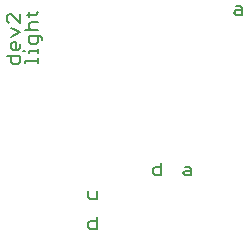
<source format=gto>
G75*
G70*
%OFA0B0*%
%FSLAX24Y24*%
%IPPOS*%
%LPD*%
%AMOC8*
5,1,8,0,0,1.08239X$1,22.5*
%
%ADD10C,0.0080*%
D10*
X008990Y000763D02*
X008990Y000903D01*
X009060Y000973D01*
X009270Y000973D01*
X009270Y001113D02*
X009270Y000693D01*
X009060Y000693D01*
X008990Y000763D01*
X009060Y001693D02*
X009270Y001693D01*
X009270Y001973D01*
X008990Y001973D02*
X008990Y001763D01*
X009060Y001693D01*
X011140Y002563D02*
X011140Y002703D01*
X011210Y002773D01*
X011420Y002773D01*
X011420Y002913D02*
X011420Y002493D01*
X011210Y002493D01*
X011140Y002563D01*
X012140Y002563D02*
X012210Y002633D01*
X012420Y002633D01*
X012420Y002703D02*
X012420Y002493D01*
X012210Y002493D01*
X012140Y002563D01*
X012350Y002773D02*
X012420Y002703D01*
X012350Y002773D02*
X012210Y002773D01*
X007310Y006243D02*
X007310Y006383D01*
X007310Y006313D02*
X006890Y006313D01*
X006890Y006243D01*
X006710Y006263D02*
X006640Y006193D01*
X006500Y006193D01*
X006430Y006263D01*
X006430Y006473D01*
X006290Y006473D02*
X006710Y006473D01*
X006710Y006263D01*
X007030Y006550D02*
X007030Y006620D01*
X007310Y006620D01*
X007310Y006550D02*
X007310Y006690D01*
X007240Y006857D02*
X007100Y006857D01*
X007030Y006927D01*
X007030Y007137D01*
X007380Y007137D01*
X007450Y007067D01*
X007450Y006997D01*
X007310Y006927D02*
X007310Y007137D01*
X007310Y007317D02*
X006890Y007317D01*
X007030Y007387D02*
X007030Y007527D01*
X007100Y007597D01*
X007310Y007597D01*
X007030Y007777D02*
X007030Y007917D01*
X006960Y007847D02*
X007240Y007847D01*
X007310Y007917D01*
X006710Y007854D02*
X006710Y007574D01*
X006430Y007854D01*
X006360Y007854D01*
X006290Y007784D01*
X006290Y007644D01*
X006360Y007574D01*
X006430Y007394D02*
X006710Y007254D01*
X006430Y007113D01*
X006500Y006933D02*
X006430Y006863D01*
X006430Y006723D01*
X006500Y006653D01*
X006640Y006653D01*
X006710Y006723D01*
X006710Y006863D01*
X006570Y006933D02*
X006570Y006653D01*
X006820Y006620D02*
X006890Y006620D01*
X007240Y006857D02*
X007310Y006927D01*
X007100Y007317D02*
X007030Y007387D01*
X006570Y006933D02*
X006500Y006933D01*
X013840Y007913D02*
X013910Y007843D01*
X014120Y007843D01*
X014120Y008053D01*
X014050Y008123D01*
X013910Y008123D01*
X013910Y007983D02*
X014120Y007983D01*
X013910Y007983D02*
X013840Y007913D01*
M02*

</source>
